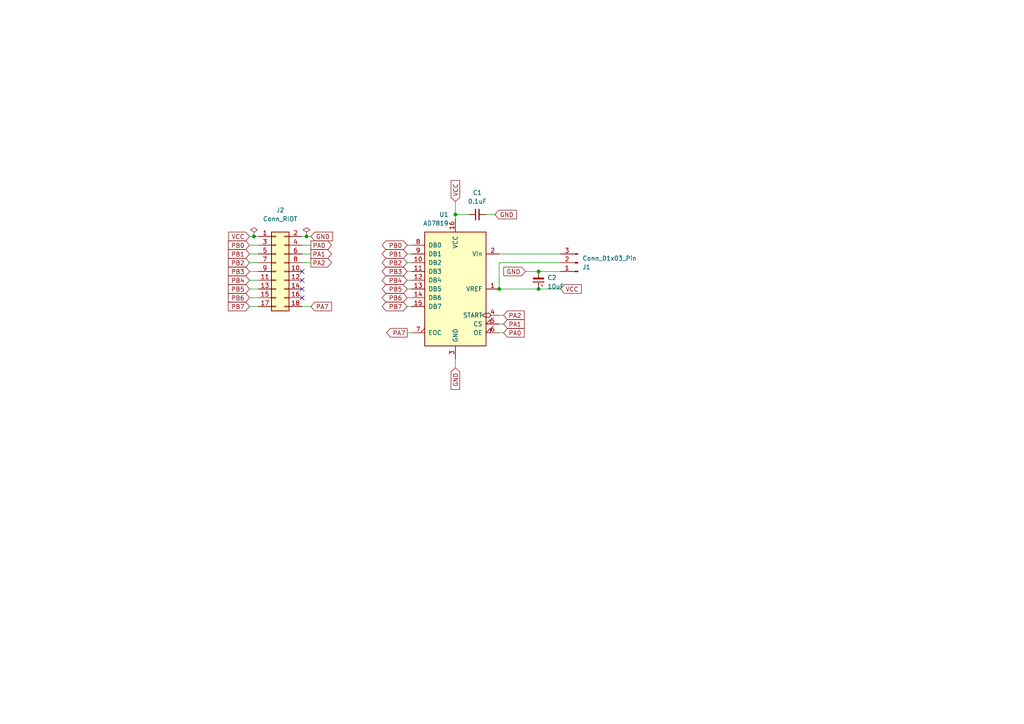
<source format=kicad_sch>
(kicad_sch (version 20230121) (generator eeschema)
  (paper "A4")
  (lib_symbols
    (symbol "Analog_ADC:AD7819" (pin_names (offset 1.016))
      (property "Reference" "U" (at -7.62 17.78 0))
      (property "Value" "AD7819" (at 3.81 17.78 0))
      (symbol "AD7819_0_1"
        (rectangle (start -8.89 -16.51) (end 8.89 16.51) (stroke (width 0.254)) (fill (type background)))
      )
      (symbol "AD7819_1_1"
        (pin input line (at -12.7 0 0) (length 3.81) (name "VREF") (number "1"))
        (pin tri_state line (at 12.7 7.62 180) (length 3.81) (name "DB2") (number "10"))
        (pin tri_state line (at 12.7 5.08 180) (length 3.81) (name "DB3") (number "11"))
        (pin tri_state line (at 12.7 2.54 180) (length 3.81) (name "DB4") (number "12"))
        (pin tri_state line (at 12.7 0 180) (length 3.81) (name "DB5") (number "13"))
        (pin tri_state line (at 12.7 -2.54 180) (length 3.81) (name "DB6") (number "14"))
        (pin tri_state line (at 12.7 -5.08 180) (length 3.81) (name "DB7") (number "15"))
        (pin power_in line (at 0 20.32 270) (length 3.81) (name "VCC") (number "16"))
        (pin input line (at -12.7 10.16 0) (length 3.81) (name "Vin") (number "2"))
        (pin power_in line (at 0 -20.32 90) (length 3.81) (name "GND") (number "3"))
        (pin input inverted_clock (at -12.7 -7.62 0) (length 3.81) (name "START") (number "4"))
        (pin input input_low (at -12.7 -10.16 0) (length 3.81) (name "CS") (number "5"))
        (pin input input_low (at -12.7 -12.7 0) (length 3.81) (name "OE") (number "6"))
        (pin output output_low (at 12.7 -12.7 180) (length 3.81) (name "EOC") (number "7"))
        (pin tri_state line (at 12.7 12.7 180) (length 3.81) (name "DB0") (number "8"))
        (pin tri_state line (at 12.7 10.16 180) (length 3.81) (name "DB1") (number "9"))
      )
    )
    (symbol "Connector:Conn_01x03_Pin" (pin_names (offset 1.016) hide)
      (property "Reference" "J" (at 0 5.08 0))
      (property "Value" "Conn_01x03_Pin" (at 0 -5.08 0))
      (symbol "Conn_01x03_Pin_1_1"
        (polyline (pts (xy 1.27 -2.54) (xy 0.8636 -2.54)) (stroke (width 0.1524)))
        (polyline (pts (xy 1.27 0) (xy 0.8636 0)) (stroke (width 0.1524)))
        (polyline (pts (xy 1.27 2.54) (xy 0.8636 2.54)) (stroke (width 0.1524)))
        (rectangle (start 0.8636 -2.413) (end 0 -2.667) (stroke (width 0.1524)) (fill (type outline)))
        (rectangle (start 0.8636 0.127) (end 0 -0.127) (stroke (width 0.1524)) (fill (type outline)))
        (rectangle (start 0.8636 2.667) (end 0 2.413) (stroke (width 0.1524)) (fill (type outline)))
        (pin passive line (at 5.08 2.54 180) (length 3.81) (name "Pin_1") (number "1"))
        (pin passive line (at 5.08 0 180) (length 3.81) (name "Pin_2") (number "2"))
        (pin passive line (at 5.08 -2.54 180) (length 3.81) (name "Pin_3") (number "3"))
      )
    )
    (symbol "Connector_Generic:Conn_02x09_Odd_Even" (pin_names (offset 1.016) hide)
      (property "Reference" "J" (at 1.27 12.7 0))
      (property "Value" "Conn_02x09_Odd_Even" (at 1.27 -12.7 0))
      (symbol "Conn_02x09_Odd_Even_1_1"
        (rectangle (start -1.27 -10.033) (end 0 -10.287) (stroke (width 0.1524)))
        (rectangle (start -1.27 -7.493) (end 0 -7.747) (stroke (width 0.1524)))
        (rectangle (start -1.27 -4.953) (end 0 -5.207) (stroke (width 0.1524)))
        (rectangle (start -1.27 -2.413) (end 0 -2.667) (stroke (width 0.1524)))
        (rectangle (start -1.27 0.127) (end 0 -0.127) (stroke (width 0.1524)))
        (rectangle (start -1.27 2.667) (end 0 2.413) (stroke (width 0.1524)))
        (rectangle (start -1.27 5.207) (end 0 4.953) (stroke (width 0.1524)))
        (rectangle (start -1.27 7.747) (end 0 7.493) (stroke (width 0.1524)))
        (rectangle (start -1.27 10.287) (end 0 10.033) (stroke (width 0.1524)))
        (rectangle (start -1.27 11.43) (end 3.81 -11.43) (stroke (width 0.254)) (fill (type background)))
        (rectangle (start 3.81 -10.033) (end 2.54 -10.287) (stroke (width 0.1524)))
        (rectangle (start 3.81 -7.493) (end 2.54 -7.747) (stroke (width 0.1524)))
        (rectangle (start 3.81 -4.953) (end 2.54 -5.207) (stroke (width 0.1524)))
        (rectangle (start 3.81 -2.413) (end 2.54 -2.667) (stroke (width 0.1524)))
        (rectangle (start 3.81 0.127) (end 2.54 -0.127) (stroke (width 0.1524)))
        (rectangle (start 3.81 2.667) (end 2.54 2.413) (stroke (width 0.1524)))
        (rectangle (start 3.81 5.207) (end 2.54 4.953) (stroke (width 0.1524)))
        (rectangle (start 3.81 7.747) (end 2.54 7.493) (stroke (width 0.1524)))
        (rectangle (start 3.81 10.287) (end 2.54 10.033) (stroke (width 0.1524)))
        (pin passive line (at -5.08 10.16 0) (length 3.81) (name "Pin_1") (number "1"))
        (pin passive line (at 7.62 0 180) (length 3.81) (name "Pin_10") (number "10"))
        (pin passive line (at -5.08 -2.54 0) (length 3.81) (name "Pin_11") (number "11"))
        (pin passive line (at 7.62 -2.54 180) (length 3.81) (name "Pin_12") (number "12"))
        (pin passive line (at -5.08 -5.08 0) (length 3.81) (name "Pin_13") (number "13"))
        (pin passive line (at 7.62 -5.08 180) (length 3.81) (name "Pin_14") (number "14"))
        (pin passive line (at -5.08 -7.62 0) (length 3.81) (name "Pin_15") (number "15"))
        (pin passive line (at 7.62 -7.62 180) (length 3.81) (name "Pin_16") (number "16"))
        (pin passive line (at -5.08 -10.16 0) (length 3.81) (name "Pin_17") (number "17"))
        (pin passive line (at 7.62 -10.16 180) (length 3.81) (name "Pin_18") (number "18"))
        (pin passive line (at 7.62 10.16 180) (length 3.81) (name "Pin_2") (number "2"))
        (pin passive line (at -5.08 7.62 0) (length 3.81) (name "Pin_3") (number "3"))
        (pin passive line (at 7.62 7.62 180) (length 3.81) (name "Pin_4") (number "4"))
        (pin passive line (at -5.08 5.08 0) (length 3.81) (name "Pin_5") (number "5"))
        (pin passive line (at 7.62 5.08 180) (length 3.81) (name "Pin_6") (number "6"))
        (pin passive line (at -5.08 2.54 0) (length 3.81) (name "Pin_7") (number "7"))
        (pin passive line (at 7.62 2.54 180) (length 3.81) (name "Pin_8") (number "8"))
        (pin passive line (at -5.08 0 0) (length 3.81) (name "Pin_9") (number "9"))
      )
    )
    (symbol "Device:C_Polarized_Small" (pin_numbers hide) (pin_names (offset 0.254) hide)
      (property "Reference" "C" (at 0.254 1.778 0))
      (property "Value" "C_Polarized_Small" (at 0.254 -2.032 0))
      (symbol "C_Polarized_Small_0_1"
        (rectangle (start -1.524 -0.3048) (end 1.524 -0.6858) (fill (type outline)))
        (rectangle (start -1.524 0.6858) (end 1.524 0.3048))
        (polyline (pts (xy -1.27 1.524) (xy -0.762 1.524)))
        (polyline (pts (xy -1.016 1.27) (xy -1.016 1.778)))
      )
      (symbol "C_Polarized_Small_1_1"
        (pin passive line (at 0 2.54 270) (length 1.8542) (name "~") (number "1"))
        (pin passive line (at 0 -2.54 90) (length 1.8542) (name "~") (number "2"))
      )
    )
    (symbol "Device:C_Small" (pin_numbers hide) (pin_names (offset 0.254) hide)
      (property "Reference" "C" (at 0.254 1.778 0))
      (property "Value" "C_Small" (at 0.254 -2.032 0))
      (symbol "C_Small_0_1"
        (polyline (pts (xy -1.524 -0.508) (xy 1.524 -0.508)) (stroke (width 0.3302)))
        (polyline (pts (xy -1.524 0.508) (xy 1.524 0.508)) (stroke (width 0.3048)))
      )
      (symbol "C_Small_1_1"
        (pin passive line (at 0 2.54 270) (length 2.032) (name "~") (number "1"))
        (pin passive line (at 0 -2.54 90) (length 2.032) (name "~") (number "2"))
      )
    )
    (symbol "power:PWR_FLAG" (power) (pin_numbers hide) (pin_names (offset 0) hide)
      (property "Value" "PWR_FLAG" (at 0 3.81 0))
      (symbol "PWR_FLAG_0_0"
        (pin power_out line (at 0 0 90) (length 0) (name "pwr") (number "1"))
      )
      (symbol "PWR_FLAG_0_1"
        (polyline (pts (xy 0 0) (xy 0 1.27) (xy -1.016 1.905) (xy 0 2.54) (xy 1.016 1.905) (xy 0 1.27)))
      )
    )
  )
  (junction (at 88.9 68.58))
  (junction (at 156.21 78.74))
  (junction (at 73.66 68.58))
  (junction (at 144.78 83.82))
  (junction (at 132.08 62.23))
  (junction (at 156.21 83.82))
  (no_connect (at 87.63 83.82))
  (no_connect (at 87.63 81.28))
  (no_connect (at 87.63 78.74))
  (no_connect (at 87.63 86.36))
  (wire (pts (xy 72.39 76.2) (xy 74.93 76.2)))
  (wire (pts (xy 118.11 73.66) (xy 119.38 73.66)))
  (wire (pts (xy 144.78 76.2) (xy 144.78 83.82)))
  (wire (pts (xy 152.4 78.74) (xy 156.21 78.74)))
  (wire (pts (xy 140.97 62.23) (xy 143.51 62.23)))
  (wire (pts (xy 132.08 106.68) (xy 132.08 104.14)))
  (wire (pts (xy 118.11 76.2) (xy 119.38 76.2)))
  (wire (pts (xy 72.39 83.82) (xy 74.93 83.82)))
  (wire (pts (xy 118.11 86.36) (xy 119.38 86.36)))
  (wire (pts (xy 90.17 76.2) (xy 87.63 76.2)))
  (wire (pts (xy 90.17 73.66) (xy 87.63 73.66)))
  (wire (pts (xy 72.39 81.28) (xy 74.93 81.28)))
  (wire (pts (xy 72.39 68.58) (xy 73.66 68.58)))
  (wire (pts (xy 132.08 58.42) (xy 132.08 62.23)))
  (wire (pts (xy 118.11 78.74) (xy 119.38 78.74)))
  (wire (pts (xy 156.21 83.82) (xy 162.56 83.82)))
  (wire (pts (xy 118.11 83.82) (xy 119.38 83.82)))
  (wire (pts (xy 118.11 96.52) (xy 119.38 96.52)))
  (wire (pts (xy 73.66 68.58) (xy 74.93 68.58)))
  (wire (pts (xy 87.63 68.58) (xy 88.9 68.58)))
  (wire (pts (xy 72.39 88.9) (xy 74.93 88.9)))
  (wire (pts (xy 146.05 93.98) (xy 144.78 93.98)))
  (wire (pts (xy 118.11 71.12) (xy 119.38 71.12)))
  (wire (pts (xy 132.08 62.23) (xy 135.89 62.23)))
  (wire (pts (xy 90.17 71.12) (xy 87.63 71.12)))
  (wire (pts (xy 118.11 81.28) (xy 119.38 81.28)))
  (wire (pts (xy 132.08 62.23) (xy 132.08 63.5)))
  (wire (pts (xy 156.21 78.74) (xy 162.56 78.74)))
  (wire (pts (xy 72.39 71.12) (xy 74.93 71.12)))
  (wire (pts (xy 144.78 83.82) (xy 156.21 83.82)))
  (wire (pts (xy 72.39 73.66) (xy 74.93 73.66)))
  (wire (pts (xy 88.9 68.58) (xy 90.17 68.58)))
  (wire (pts (xy 72.39 86.36) (xy 74.93 86.36)))
  (wire (pts (xy 146.05 96.52) (xy 144.78 96.52)))
  (wire (pts (xy 162.56 73.66) (xy 144.78 73.66)))
  (wire (pts (xy 72.39 78.74) (xy 74.93 78.74)))
  (wire (pts (xy 118.11 88.9) (xy 119.38 88.9)))
  (wire (pts (xy 146.05 91.44) (xy 144.78 91.44)))
  (wire (pts (xy 144.78 76.2) (xy 162.56 76.2)))
  (wire (pts (xy 87.63 88.9) (xy 90.17 88.9)))
  (global_label "PB4" (shape tri_state) (at 118.11 81.28 180) (property "Intersheetrefs" "${INTERSHEET_REFS}" (effects hide)))
  (global_label "VCC" (shape input) (at 162.56 83.82 0) (property "Intersheetrefs" "${INTERSHEET_REFS}" (effects hide)))
  (global_label "PB7" (shape input) (at 72.39 88.9 180) (property "Intersheetrefs" "${INTERSHEET_REFS}" (effects hide)))
  (global_label "PB5" (shape input) (at 72.39 83.82 180) (property "Intersheetrefs" "${INTERSHEET_REFS}" (effects hide)))
  (global_label "PB4" (shape input) (at 72.39 81.28 180) (property "Intersheetrefs" "${INTERSHEET_REFS}" (effects hide)))
  (global_label "PB6" (shape input) (at 72.39 86.36 180) (property "Intersheetrefs" "${INTERSHEET_REFS}" (effects hide)))
  (global_label "PB0" (shape input) (at 72.39 71.12 180) (property "Intersheetrefs" "${INTERSHEET_REFS}" (effects hide)))
  (global_label "PB6" (shape tri_state) (at 118.11 86.36 180) (property "Intersheetrefs" "${INTERSHEET_REFS}" (effects hide)))
  (global_label "GND" (shape input) (at 143.51 62.23 0) (property "Intersheetrefs" "${INTERSHEET_REFS}" (effects hide)))
  (global_label "VCC" (shape input) (at 72.39 68.58 180) (property "Intersheetrefs" "${INTERSHEET_REFS}" (effects hide)))
  (global_label "PA1" (shape output) (at 90.17 73.66 0) (property "Intersheetrefs" "${INTERSHEET_REFS}" (effects hide)))
  (global_label "PA1" (shape input) (at 146.05 93.98 0) (property "Intersheetrefs" "${INTERSHEET_REFS}" (effects hide)))
  (global_label "PA2" (shape input) (at 146.05 91.44 0) (property "Intersheetrefs" "${INTERSHEET_REFS}" (effects hide)))
  (global_label "PA0" (shape input) (at 146.05 96.52 0) (property "Intersheetrefs" "${INTERSHEET_REFS}" (effects hide)))
  (global_label "PA0" (shape output) (at 90.17 71.12 0) (property "Intersheetrefs" "${INTERSHEET_REFS}" (effects hide)))
  (global_label "PB7" (shape tri_state) (at 118.11 88.9 180) (property "Intersheetrefs" "${INTERSHEET_REFS}" (effects hide)))
  (global_label "PA2" (shape output) (at 90.17 76.2 0) (property "Intersheetrefs" "${INTERSHEET_REFS}" (effects hide)))
  (global_label "PA7" (shape output) (at 118.11 96.52 180) (property "Intersheetrefs" "${INTERSHEET_REFS}" (effects hide)))
  (global_label "PB3" (shape tri_state) (at 118.11 78.74 180) (property "Intersheetrefs" "${INTERSHEET_REFS}" (effects hide)))
  (global_label "GND" (shape input) (at 152.4 78.74 180) (property "Intersheetrefs" "${INTERSHEET_REFS}" (effects hide)))
  (global_label "PB1" (shape input) (at 72.39 73.66 180) (property "Intersheetrefs" "${INTERSHEET_REFS}" (effects hide)))
  (global_label "VCC" (shape input) (at 132.08 58.42 90) (property "Intersheetrefs" "${INTERSHEET_REFS}" (effects hide)))
  (global_label "PB2" (shape tri_state) (at 118.11 76.2 180) (property "Intersheetrefs" "${INTERSHEET_REFS}" (effects hide)))
  (global_label "PB5" (shape tri_state) (at 118.11 83.82 180) (property "Intersheetrefs" "${INTERSHEET_REFS}" (effects hide)))
  (global_label "PB0" (shape tri_state) (at 118.11 71.12 180) (property "Intersheetrefs" "${INTERSHEET_REFS}" (effects hide)))
  (global_label "GND" (shape input) (at 90.17 68.58 0) (property "Intersheetrefs" "${INTERSHEET_REFS}" (effects hide)))
  (global_label "PB2" (shape input) (at 72.39 76.2 180) (property "Intersheetrefs" "${INTERSHEET_REFS}" (effects hide)))
  (global_label "GND" (shape input) (at 132.08 106.68 270) (property "Intersheetrefs" "${INTERSHEET_REFS}" (effects hide)))
  (global_label "PB3" (shape input) (at 72.39 78.74 180) (property "Intersheetrefs" "${INTERSHEET_REFS}" (effects hide)))
  (global_label "PA7" (shape input) (at 90.17 88.9 0) (property "Intersheetrefs" "${INTERSHEET_REFS}" (effects hide)))
  (global_label "PB1" (shape tri_state) (at 118.11 73.66 180) (property "Intersheetrefs" "${INTERSHEET_REFS}" (effects hide)))
  (symbol (lib_id "Connector_Generic:Conn_02x09_Odd_Even") (at 80.01 78.74 0) (unit 1)
    (property "Reference" "J2" (at 81.28 60.96 0))
    (property "Value" "Conn_RIOT" (at 81.28 63.5 0))
    (property "Footprint" "Connector_PinHeader_2.54mm:PinHeader_2x09_P2.54mm_Vertical" (effects hide))
  )
  (symbol (lib_id "Analog_ADC:AD7819") (at 132.08 83.82 0) (mirror y) (unit 1)
    (property "Reference" "U1" (at 130.1241 62.23 0) (effects (justify left)))
    (property "Value" "AD7819" (at 130.1241 64.77 0) (effects (justify left)))
    (property "Footprint" "Package_DIP:DIP-16_W7.62mm" (effects hide))
    (property "Datasheet" "https://www.analog.com/media/en/technical-documentation/data-sheets/AD7819.pdf" (effects hide))
  )
  (symbol (lib_id "Connector:Conn_01x03_Pin") (at 167.64 76.2 180) (unit 1)
    (property "Reference" "J1" (at 168.91 77.47 0) (effects (justify right)))
    (property "Value" "Conn_01x03_Pin" (at 168.91 74.93 0) (effects (justify right)))
    (property "Footprint" "Connector_PinHeader_2.54mm:PinHeader_1x03_P2.54mm_Horizontal" (effects hide))
  )
  (symbol (lib_id "power:PWR_FLAG") (at 88.9 68.58 0) (unit 1)
    (property "Reference" "#FLG02" (effects hide))
    (property "Value" "PWR_FLAG" (effects hide))
  )
  (symbol (lib_id "Device:C_Small") (at 138.43 62.23 90) (unit 1)
    (property "Reference" "C1" (at 138.4363 55.88 90))
    (property "Value" "0.1uF" (at 138.4363 58.42 90))
    (property "Footprint" "Capacitor_THT:C_Disc_D3.0mm_W1.6mm_P2.50mm" (effects hide))
  )
  (symbol (lib_id "Device:C_Polarized_Small") (at 156.21 81.28 180) (unit 1)
    (property "Reference" "C2" (at 158.75 80.5561 0) (effects (justify right)))
    (property "Value" "10uF" (at 158.75 83.0961 0) (effects (justify right)))
    (property "Footprint" "Capacitor_THT:CP_Radial_D5.0mm_P2.50mm" (effects hide))
  )
  (symbol (lib_id "power:PWR_FLAG") (at 73.66 68.58 0) (unit 1)
    (property "Reference" "#FLG01" (effects hide))
    (property "Value" "PWR_FLAG" (effects hide))
  )
)
</source>
